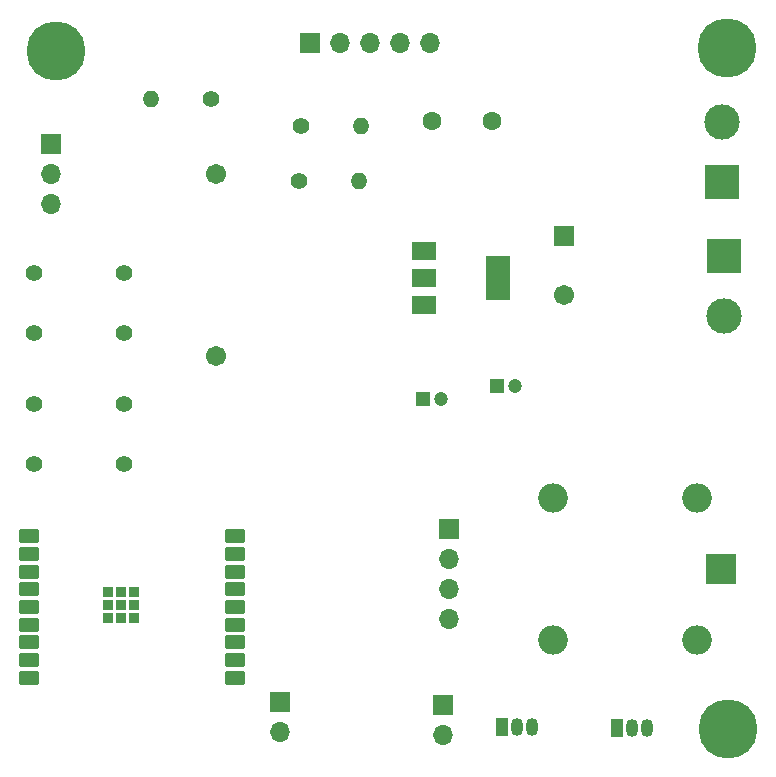
<source format=gbr>
%TF.GenerationSoftware,KiCad,Pcbnew,7.0.7*%
%TF.CreationDate,2025-10-27T22:40:16+01:00*%
%TF.ProjectId,pcb1,70636231-2e6b-4696-9361-645f70636258,rev?*%
%TF.SameCoordinates,Original*%
%TF.FileFunction,Soldermask,Top*%
%TF.FilePolarity,Negative*%
%FSLAX46Y46*%
G04 Gerber Fmt 4.6, Leading zero omitted, Abs format (unit mm)*
G04 Created by KiCad (PCBNEW 7.0.7) date 2025-10-27 22:40:16*
%MOMM*%
%LPD*%
G01*
G04 APERTURE LIST*
G04 Aperture macros list*
%AMRoundRect*
0 Rectangle with rounded corners*
0 $1 Rounding radius*
0 $2 $3 $4 $5 $6 $7 $8 $9 X,Y pos of 4 corners*
0 Add a 4 corners polygon primitive as box body*
4,1,4,$2,$3,$4,$5,$6,$7,$8,$9,$2,$3,0*
0 Add four circle primitives for the rounded corners*
1,1,$1+$1,$2,$3*
1,1,$1+$1,$4,$5*
1,1,$1+$1,$6,$7*
1,1,$1+$1,$8,$9*
0 Add four rect primitives between the rounded corners*
20,1,$1+$1,$2,$3,$4,$5,0*
20,1,$1+$1,$4,$5,$6,$7,0*
20,1,$1+$1,$6,$7,$8,$9,0*
20,1,$1+$1,$8,$9,$2,$3,0*%
G04 Aperture macros list end*
%ADD10R,1.700000X1.700000*%
%ADD11O,1.700000X1.700000*%
%ADD12C,5.000000*%
%ADD13R,1.050000X1.500000*%
%ADD14O,1.050000X1.500000*%
%ADD15C,1.400000*%
%ADD16O,1.400000X1.400000*%
%ADD17R,2.000000X1.500000*%
%ADD18R,2.000000X3.800000*%
%ADD19C,1.397000*%
%ADD20RoundRect,0.102000X0.750000X0.450000X-0.750000X0.450000X-0.750000X-0.450000X0.750000X-0.450000X0*%
%ADD21RoundRect,0.102000X0.350000X0.350000X-0.350000X0.350000X-0.350000X-0.350000X0.350000X-0.350000X0*%
%ADD22R,1.200000X1.200000*%
%ADD23C,1.200000*%
%ADD24R,3.000000X3.000000*%
%ADD25C,3.000000*%
%ADD26C,1.600000*%
%ADD27R,2.500000X2.500000*%
%ADD28O,2.500000X2.500000*%
%ADD29RoundRect,0.102000X0.754000X0.754000X-0.754000X0.754000X-0.754000X-0.754000X0.754000X-0.754000X0*%
%ADD30C,1.712000*%
G04 APERTURE END LIST*
D10*
%TO.C,Rele*%
X178760000Y-96610000D03*
D11*
X178760000Y-99150000D03*
X178760000Y-101690000D03*
%TD*%
D12*
%TO.C,REF3*%
X179240000Y-88760000D03*
%TD*%
D13*
%TO.C,Q2*%
X217000000Y-146020000D03*
D14*
X218270000Y-146020000D03*
X219540000Y-146020000D03*
%TD*%
D15*
%TO.C,R4*%
X192320000Y-92850000D03*
D16*
X187240000Y-92850000D03*
%TD*%
D17*
%TO.C,U2*%
X210340000Y-105680000D03*
X210340000Y-107980000D03*
X210340000Y-110280000D03*
D18*
X216640000Y-107980000D03*
%TD*%
D19*
%TO.C,Reset*%
X177330000Y-118660000D03*
X184950000Y-118660000D03*
X177330000Y-123740000D03*
X184950000Y-123740000D03*
%TD*%
D15*
%TO.C,R3*%
X199760000Y-99730000D03*
D16*
X204840000Y-99730000D03*
%TD*%
D20*
%TO.C,U1*%
X194380000Y-141820000D03*
X194380000Y-140320000D03*
X194380000Y-138820000D03*
X194380000Y-137320000D03*
X194380000Y-135820000D03*
X194380000Y-134320000D03*
X194380000Y-132820000D03*
X194380000Y-131320000D03*
X194380000Y-129820000D03*
X176880000Y-129820000D03*
X176880000Y-131320000D03*
X176880000Y-132820000D03*
X176880000Y-134320000D03*
X176880000Y-135820000D03*
X176880000Y-137320000D03*
X176880000Y-138820000D03*
X176880000Y-140320000D03*
X176880000Y-141820000D03*
D21*
X185770000Y-136720000D03*
X184670000Y-136720000D03*
X183570000Y-136720000D03*
X185770000Y-135620000D03*
X184670000Y-135620000D03*
X183570000Y-135620000D03*
X185770000Y-134520000D03*
X184670000Y-134520000D03*
X183570000Y-134520000D03*
%TD*%
D12*
%TO.C,REF3*%
X236000000Y-88510000D03*
%TD*%
D19*
%TO.C,Boot*%
X177360000Y-107530000D03*
X184980000Y-107530000D03*
X177360000Y-112610000D03*
X184980000Y-112610000D03*
%TD*%
D12*
%TO.C,REF3*%
X236130000Y-146150000D03*
%TD*%
D10*
%TO.C,LedPrueba*%
X211950000Y-144125000D03*
D11*
X211950000Y-146665000D03*
%TD*%
D22*
%TO.C,C1*%
X216580000Y-117120000D03*
D23*
X218080000Y-117120000D03*
%TD*%
D24*
%TO.C,Alimentacion220V*%
X235580000Y-99880000D03*
D25*
X235580000Y-94800000D03*
%TD*%
D15*
%TO.C,R2*%
X199940000Y-95070000D03*
D16*
X205020000Y-95070000D03*
%TD*%
D13*
%TO.C,Q1*%
X226730000Y-146040000D03*
D14*
X228000000Y-146040000D03*
X229270000Y-146040000D03*
%TD*%
D22*
%TO.C,C2*%
X210300000Y-118190000D03*
D23*
X211800000Y-118190000D03*
%TD*%
D10*
%TO.C,Uart*%
X212500000Y-129190000D03*
D11*
X212500000Y-131730000D03*
X212500000Y-134270000D03*
X212500000Y-136810000D03*
%TD*%
D24*
%TO.C,Entrada*%
X235740000Y-106130000D03*
D25*
X235740000Y-111210000D03*
%TD*%
D10*
%TO.C,Sensor*%
X198130000Y-143865000D03*
D11*
X198130000Y-146405000D03*
%TD*%
D26*
%TO.C,R1*%
X211065000Y-94710000D03*
X216145000Y-94710000D03*
%TD*%
D27*
%TO.C,Rele2*%
X235507500Y-132630000D03*
D28*
X233507500Y-126630000D03*
X221307500Y-126630000D03*
X221307500Y-138630000D03*
X233507500Y-138630000D03*
%TD*%
D10*
%TO.C,SensorAPDS9960*%
X200740000Y-88080000D03*
D11*
X203280000Y-88080000D03*
X205820000Y-88080000D03*
X208360000Y-88080000D03*
X210900000Y-88080000D03*
%TD*%
D29*
%TO.C,PS1*%
X222192400Y-104400000D03*
D30*
X222192400Y-109400000D03*
X192792400Y-99200000D03*
X192792400Y-114600000D03*
%TD*%
M02*

</source>
